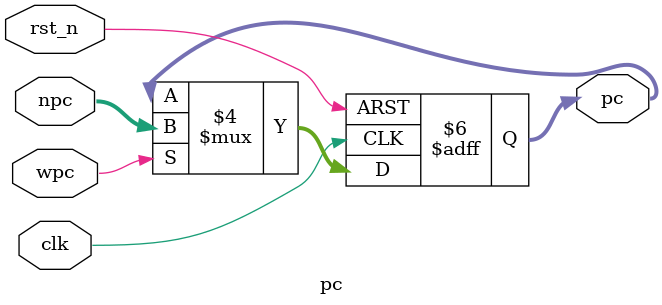
<source format=v>
`timescale 1ns / 1ps
module pc(
	input [31:0]npc,
	input wpc, clk, rst_n,
	output reg [31:0]pc
);

always @ (posedge clk or negedge rst_n)
begin
	if(~rst_n)
	begin
		pc <= 32'b0;
	end
	else
	begin
		if(wpc) pc <= npc;
		else	pc <= pc;
	end
end

endmodule

</source>
